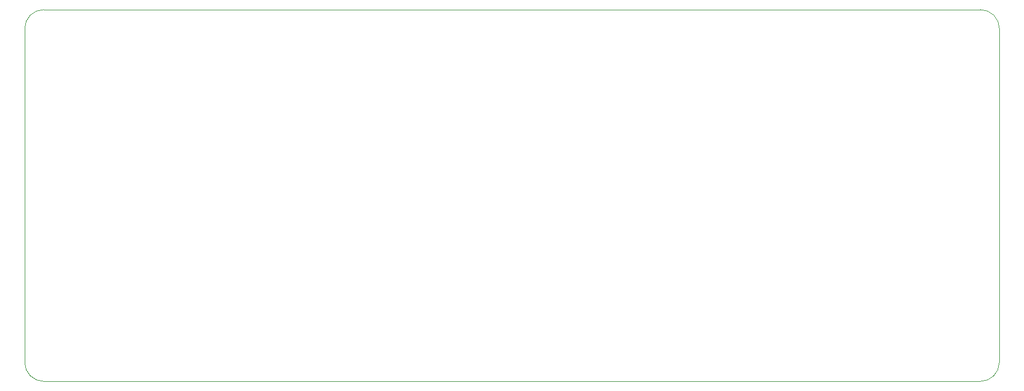
<source format=gm1>
G04 #@! TF.GenerationSoftware,KiCad,Pcbnew,(7.0.0)*
G04 #@! TF.CreationDate,2023-02-28T23:09:26-06:00*
G04 #@! TF.ProjectId,MCD,4d43442e-6b69-4636-9164-5f7063625858,rev?*
G04 #@! TF.SameCoordinates,Original*
G04 #@! TF.FileFunction,Profile,NP*
%FSLAX46Y46*%
G04 Gerber Fmt 4.6, Leading zero omitted, Abs format (unit mm)*
G04 Created by KiCad (PCBNEW (7.0.0)) date 2023-02-28 23:09:26*
%MOMM*%
%LPD*%
G01*
G04 APERTURE LIST*
G04 #@! TA.AperFunction,Profile*
%ADD10C,0.100000*%
G04 #@! TD*
G04 APERTURE END LIST*
D10*
X81900000Y-136200000D02*
X219900000Y-136200000D01*
X79100000Y-84100000D02*
X79100000Y-133400000D01*
X219900000Y-81300000D02*
X81900000Y-81300000D01*
X222700000Y-84100000D02*
G75*
G03*
X219900000Y-81300000I-2800000J0D01*
G01*
X219900000Y-136200000D02*
G75*
G03*
X222700000Y-133400000I0J2800000D01*
G01*
X79100000Y-133400000D02*
G75*
G03*
X81900000Y-136200000I2800000J0D01*
G01*
X81900000Y-81300000D02*
G75*
G03*
X79100000Y-84100000I0J-2800000D01*
G01*
X222700000Y-133400000D02*
X222700000Y-84100000D01*
M02*

</source>
